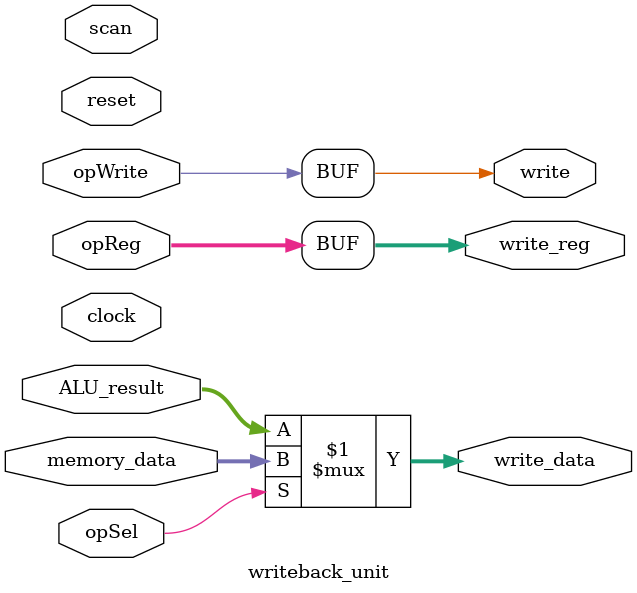
<source format=v>
/** @module : writeback_unit
 *  @author : Adaptive & Secure Computing Systems (ASCS) Laboratory

 *  Copyright (c) 2021 STAM Center (ASCS Lab/CAES Lab/STAM Center/ASU)
 *  Permission is hereby granted, free of charge, to any person obtaining a copy
 *  of this software and associated documentation files (the "Software"), to deal
 *  in the Software without restriction, including without limitation the rights
 *  to use, copy, modify, merge, publish, distribute, sublicense, and/or sell
 *  copies of the Software, and to permit persons to whom the Software is
 *  furnished to do so, subject to the following conditions:
 *  The above copyright notice and this permission notice shall be included in
 *  all copies or substantial portions of the Software.

 *  THE SOFTWARE IS PROVIDED "AS IS", WITHOUT WARRANTY OF ANY KIND, EXPRESS OR
 *  IMPLIED, INCLUDING BUT NOT LIMITED TO THE WARRANTIES OF MERCHANTABILITY,
 *  FITNESS FOR A PARTICULAR PURPOSE AND NONINFRINGEMENT. IN NO EVENT SHALL THE
 *  AUTHORS OR COPYRIGHT HOLDERS BE LIABLE FOR ANY CLAIM, DAMAGES OR OTHER
 *  LIABILITY, WHETHER IN AN ACTION OF CONTRACT, TORT OR OTHERWISE, ARISING FROM,
 *  OUT OF OR IN CONNECTION WITH THE SOFTWARE OR THE USE OR OTHER DEALINGS IN
 *  THE SOFTWARE.
 */

module writeback_unit #(
  parameter CORE = 0,
  parameter DATA_WIDTH = 32,
  parameter SCAN_CYCLES_MIN = 0,
  parameter SCAN_CYCLES_MAX = 1000
) (
  input clock,
  input reset,

  input opWrite,
  input opSel,
  input [4:0] opReg,
  input [DATA_WIDTH-1:0] ALU_result,
  input [DATA_WIDTH-1:0] memory_data,

  output write,
  output [4:0] write_reg,
  output [DATA_WIDTH-1:0] write_data,

  input scan

);

assign write_data = opSel? memory_data : ALU_result;
assign write_reg  = opReg;
assign write      = opWrite;

reg [31: 0] cycles;
always @ (posedge clock) begin
  cycles <= reset? 0 : cycles + 1;
  if (scan  & ((cycles >= SCAN_CYCLES_MIN) & (cycles <= SCAN_CYCLES_MAX)) )begin
    $display ("------ Core %d Writeback Unit - Current Cycle %d ----", CORE, cycles);
    $display ("| opSel       [%b]", opSel);
    $display ("| opReg       [%b]", opReg);
    $display ("| ALU_result  [%d]", ALU_result);
    $display ("| Memory_data [%d]", memory_data);
    $display ("| write       [%b]", write);
    $display ("| write_reg   [%d]", write_reg);
    $display ("| write_data  [%d]", write_data);
    $display ("----------------------------------------------------------------------");
  end
end

endmodule


</source>
